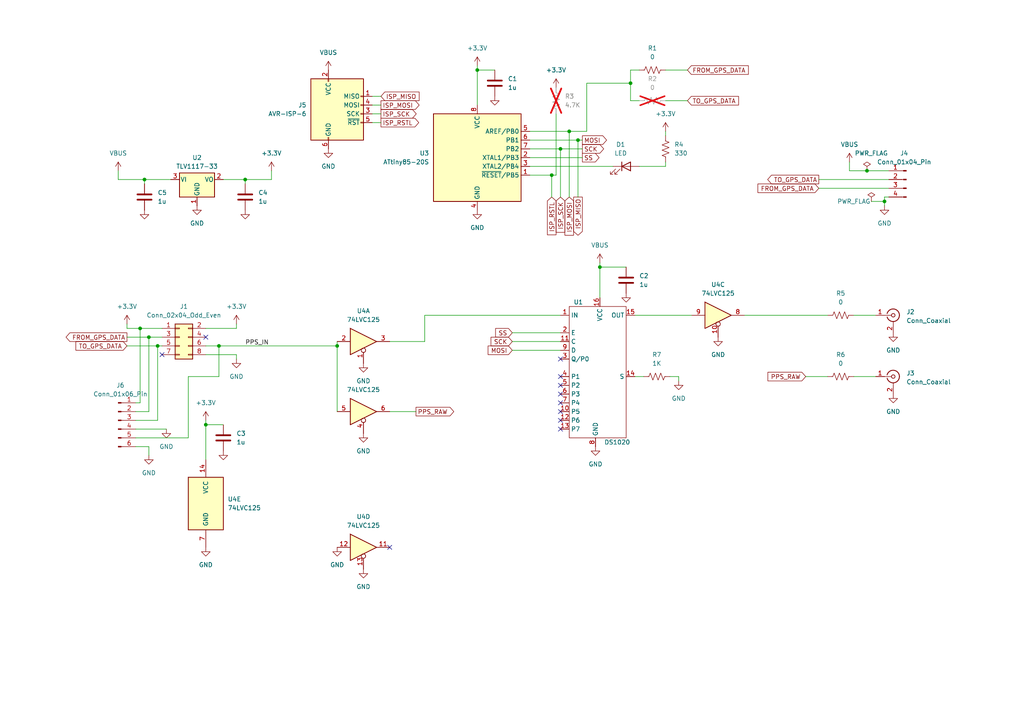
<source format=kicad_sch>
(kicad_sch (version 20230121) (generator eeschema)
  (paper "A4")
  (title_block (title "Sawtooth Correction Controller") (date "2024-02-15") (rev "0"))
  (lib_symbols
    (symbol "74xx:74LVC125" (pin_names (offset 1.016))
      (property "Reference" "U" (at 0 1.27 0))
      (property "Value" "74LVC125" (at 0 -1.27 0))
      (symbol "74LVC125_1_0"
        (polyline (pts (xy -3.81 3.81) (xy -3.81 -3.81) (xy 3.81 0) (xy -3.81 3.81)) (stroke (width 0.254)) (fill (type background)))
        (pin input inverted (at 0 -6.35 90) (length 4.445) (name "~") (number "1"))
        (pin input line (at -7.62 0 0) (length 3.81) (name "~") (number "2"))
        (pin tri_state line (at 7.62 0 180) (length 3.81) (name "~") (number "3"))
      )
      (symbol "74LVC125_2_0"
        (polyline (pts (xy -3.81 3.81) (xy -3.81 -3.81) (xy 3.81 0) (xy -3.81 3.81)) (stroke (width 0.254)) (fill (type background)))
        (pin input inverted (at 0 -6.35 90) (length 4.445) (name "~") (number "4"))
        (pin input line (at -7.62 0 0) (length 3.81) (name "~") (number "5"))
        (pin tri_state line (at 7.62 0 180) (length 3.81) (name "~") (number "6"))
      )
      (symbol "74LVC125_3_0"
        (polyline (pts (xy -3.81 3.81) (xy -3.81 -3.81) (xy 3.81 0) (xy -3.81 3.81)) (stroke (width 0.254)) (fill (type background)))
        (pin input inverted (at 0 -6.35 90) (length 4.445) (name "~") (number "10"))
        (pin tri_state line (at 7.62 0 180) (length 3.81) (name "~") (number "8"))
        (pin input line (at -7.62 0 0) (length 3.81) (name "~") (number "9"))
      )
      (symbol "74LVC125_4_0"
        (polyline (pts (xy -3.81 3.81) (xy -3.81 -3.81) (xy 3.81 0) (xy -3.81 3.81)) (stroke (width 0.254)) (fill (type background)))
        (pin tri_state line (at 7.62 0 180) (length 3.81) (name "~") (number "11"))
        (pin input line (at -7.62 0 0) (length 3.81) (name "~") (number "12"))
        (pin input inverted (at 0 -6.35 90) (length 4.445) (name "~") (number "13"))
      )
      (symbol "74LVC125_5_0"
        (pin power_in line (at 0 12.7 270) (length 5.08) (name "VCC") (number "14"))
        (pin power_in line (at 0 -12.7 90) (length 5.08) (name "GND") (number "7"))
      )
      (symbol "74LVC125_5_1"
        (rectangle (start -5.08 7.62) (end 5.08 -7.62) (stroke (width 0.254)) (fill (type background)))
      )
    )
    (symbol "Connector:AVR-ISP-6" (pin_names (offset 1.016))
      (property "Reference" "J" (at -6.35 11.43 0))
      (property "Value" "AVR-ISP-6" (at 0 11.43 0))
      (symbol "AVR-ISP-6_0_1"
        (rectangle (start -2.667 -6.858) (end -2.413 -7.62))
        (rectangle (start -2.667 10.16) (end -2.413 9.398))
        (rectangle (start 7.62 -2.413) (end 6.858 -2.667))
        (rectangle (start 7.62 0.127) (end 6.858 -0.127))
        (rectangle (start 7.62 2.667) (end 6.858 2.413))
        (rectangle (start 7.62 5.207) (end 6.858 4.953))
        (rectangle (start 7.62 10.16) (end -7.62 -7.62) (stroke (width 0.254)) (fill (type background)))
      )
      (symbol "AVR-ISP-6_1_1"
        (pin passive line (at 10.16 5.08 180) (length 2.54) (name "MISO") (number "1"))
        (pin passive line (at -2.54 12.7 270) (length 2.54) (name "VCC") (number "2"))
        (pin passive line (at 10.16 0 180) (length 2.54) (name "SCK") (number "3"))
        (pin passive line (at 10.16 2.54 180) (length 2.54) (name "MOSI") (number "4"))
        (pin passive line (at 10.16 -2.54 180) (length 2.54) (name "~{RST}") (number "5"))
        (pin passive line (at -2.54 -10.16 90) (length 2.54) (name "GND") (number "6"))
      )
    )
    (symbol "Connector:Conn_01x04_Pin" (pin_names (offset 1.016) hide)
      (property "Reference" "J" (at 0 5.08 0))
      (property "Value" "Conn_01x04_Pin" (at 0 -7.62 0))
      (symbol "Conn_01x04_Pin_1_1"
        (polyline (pts (xy 1.27 -5.08) (xy 0.8636 -5.08)) (stroke (width 0.1524)))
        (polyline (pts (xy 1.27 -2.54) (xy 0.8636 -2.54)) (stroke (width 0.1524)))
        (polyline (pts (xy 1.27 0) (xy 0.8636 0)) (stroke (width 0.1524)))
        (polyline (pts (xy 1.27 2.54) (xy 0.8636 2.54)) (stroke (width 0.1524)))
        (rectangle (start 0.8636 -4.953) (end 0 -5.207) (stroke (width 0.1524)) (fill (type outline)))
        (rectangle (start 0.8636 -2.413) (end 0 -2.667) (stroke (width 0.1524)) (fill (type outline)))
        (rectangle (start 0.8636 0.127) (end 0 -0.127) (stroke (width 0.1524)) (fill (type outline)))
        (rectangle (start 0.8636 2.667) (end 0 2.413) (stroke (width 0.1524)) (fill (type outline)))
        (pin passive line (at 5.08 2.54 180) (length 3.81) (name "Pin_1") (number "1"))
        (pin passive line (at 5.08 0 180) (length 3.81) (name "Pin_2") (number "2"))
        (pin passive line (at 5.08 -2.54 180) (length 3.81) (name "Pin_3") (number "3"))
        (pin passive line (at 5.08 -5.08 180) (length 3.81) (name "Pin_4") (number "4"))
      )
    )
    (symbol "Connector:Conn_01x06_Pin" (pin_names (offset 1.016) hide)
      (property "Reference" "J" (at 0 7.62 0))
      (property "Value" "Conn_01x06_Pin" (at 0 -10.16 0))
      (symbol "Conn_01x06_Pin_1_1"
        (polyline (pts (xy 1.27 -7.62) (xy 0.8636 -7.62)) (stroke (width 0.1524)))
        (polyline (pts (xy 1.27 -5.08) (xy 0.8636 -5.08)) (stroke (width 0.1524)))
        (polyline (pts (xy 1.27 -2.54) (xy 0.8636 -2.54)) (stroke (width 0.1524)))
        (polyline (pts (xy 1.27 0) (xy 0.8636 0)) (stroke (width 0.1524)))
        (polyline (pts (xy 1.27 2.54) (xy 0.8636 2.54)) (stroke (width 0.1524)))
        (polyline (pts (xy 1.27 5.08) (xy 0.8636 5.08)) (stroke (width 0.1524)))
        (rectangle (start 0.8636 -7.493) (end 0 -7.747) (stroke (width 0.1524)) (fill (type outline)))
        (rectangle (start 0.8636 -4.953) (end 0 -5.207) (stroke (width 0.1524)) (fill (type outline)))
        (rectangle (start 0.8636 -2.413) (end 0 -2.667) (stroke (width 0.1524)) (fill (type outline)))
        (rectangle (start 0.8636 0.127) (end 0 -0.127) (stroke (width 0.1524)) (fill (type outline)))
        (rectangle (start 0.8636 2.667) (end 0 2.413) (stroke (width 0.1524)) (fill (type outline)))
        (rectangle (start 0.8636 5.207) (end 0 4.953) (stroke (width 0.1524)) (fill (type outline)))
        (pin passive line (at 5.08 5.08 180) (length 3.81) (name "Pin_1") (number "1"))
        (pin passive line (at 5.08 2.54 180) (length 3.81) (name "Pin_2") (number "2"))
        (pin passive line (at 5.08 0 180) (length 3.81) (name "Pin_3") (number "3"))
        (pin passive line (at 5.08 -2.54 180) (length 3.81) (name "Pin_4") (number "4"))
        (pin passive line (at 5.08 -5.08 180) (length 3.81) (name "Pin_5") (number "5"))
        (pin passive line (at 5.08 -7.62 180) (length 3.81) (name "Pin_6") (number "6"))
      )
    )
    (symbol "Connector:Conn_Coaxial" (pin_names (offset 1.016) hide)
      (property "Reference" "J" (at 0.254 3.048 0))
      (property "Value" "Conn_Coaxial" (at 2.921 0 90))
      (symbol "Conn_Coaxial_0_1"
        (arc (start -1.778 -0.508) (mid 0.2311 -1.8066) (end 1.778 0) (stroke (width 0.254)))
        (polyline (pts (xy -2.54 0) (xy -0.508 0)))
        (polyline (pts (xy 0 -2.54) (xy 0 -1.778)))
        (circle (center 0 0) (radius 0.508) (stroke (width 0.2032)))
        (arc (start 1.778 0) (mid 0.2099 1.8101) (end -1.778 0.508) (stroke (width 0.254)))
      )
      (symbol "Conn_Coaxial_1_1"
        (pin passive line (at -5.08 0 0) (length 2.54) (name "In") (number "1"))
        (pin passive line (at 0 -5.08 90) (length 2.54) (name "Ext") (number "2"))
      )
    )
    (symbol "Connector_Generic:Conn_02x04_Odd_Even" (pin_names (offset 1.016) hide)
      (property "Reference" "J" (at 1.27 5.08 0))
      (property "Value" "Conn_02x04_Odd_Even" (at 1.27 -7.62 0))
      (symbol "Conn_02x04_Odd_Even_1_1"
        (rectangle (start -1.27 -4.953) (end 0 -5.207) (stroke (width 0.1524)))
        (rectangle (start -1.27 -2.413) (end 0 -2.667) (stroke (width 0.1524)))
        (rectangle (start -1.27 0.127) (end 0 -0.127) (stroke (width 0.1524)))
        (rectangle (start -1.27 2.667) (end 0 2.413) (stroke (width 0.1524)))
        (rectangle (start -1.27 3.81) (end 3.81 -6.35) (stroke (width 0.254)) (fill (type background)))
        (rectangle (start 3.81 -4.953) (end 2.54 -5.207) (stroke (width 0.1524)))
        (rectangle (start 3.81 -2.413) (end 2.54 -2.667) (stroke (width 0.1524)))
        (rectangle (start 3.81 0.127) (end 2.54 -0.127) (stroke (width 0.1524)))
        (rectangle (start 3.81 2.667) (end 2.54 2.413) (stroke (width 0.1524)))
        (pin passive line (at -5.08 2.54 0) (length 3.81) (name "Pin_1") (number "1"))
        (pin passive line (at 7.62 2.54 180) (length 3.81) (name "Pin_2") (number "2"))
        (pin passive line (at -5.08 0 0) (length 3.81) (name "Pin_3") (number "3"))
        (pin passive line (at 7.62 0 180) (length 3.81) (name "Pin_4") (number "4"))
        (pin passive line (at -5.08 -2.54 0) (length 3.81) (name "Pin_5") (number "5"))
        (pin passive line (at 7.62 -2.54 180) (length 3.81) (name "Pin_6") (number "6"))
        (pin passive line (at -5.08 -5.08 0) (length 3.81) (name "Pin_7") (number "7"))
        (pin passive line (at 7.62 -5.08 180) (length 3.81) (name "Pin_8") (number "8"))
      )
    )
    (symbol "Device:C" (pin_numbers hide) (pin_names (offset 0.254))
      (property "Reference" "C" (at 0.635 2.54 0))
      (property "Value" "C" (at 0.635 -2.54 0))
      (symbol "C_0_1"
        (polyline (pts (xy -2.032 -0.762) (xy 2.032 -0.762)) (stroke (width 0.508)))
        (polyline (pts (xy -2.032 0.762) (xy 2.032 0.762)) (stroke (width 0.508)))
      )
      (symbol "C_1_1"
        (pin passive line (at 0 3.81 270) (length 2.794) (name "~") (number "1"))
        (pin passive line (at 0 -3.81 90) (length 2.794) (name "~") (number "2"))
      )
    )
    (symbol "Device:LED" (pin_numbers hide) (pin_names (offset 1.016) hide)
      (property "Reference" "D" (at 0 2.54 0))
      (property "Value" "LED" (at 0 -2.54 0))
      (symbol "LED_0_1"
        (polyline (pts (xy -1.27 -1.27) (xy -1.27 1.27)) (stroke (width 0.254)))
        (polyline (pts (xy -1.27 0) (xy 1.27 0)))
        (polyline (pts (xy 1.27 -1.27) (xy 1.27 1.27) (xy -1.27 0) (xy 1.27 -1.27)) (stroke (width 0.254)))
        (polyline (pts (xy -3.048 -0.762) (xy -4.572 -2.286) (xy -3.81 -2.286) (xy -4.572 -2.286) (xy -4.572 -1.524)))
        (polyline (pts (xy -1.778 -0.762) (xy -3.302 -2.286) (xy -2.54 -2.286) (xy -3.302 -2.286) (xy -3.302 -1.524)))
      )
      (symbol "LED_1_1"
        (pin passive line (at -3.81 0 0) (length 2.54) (name "K") (number "1"))
        (pin passive line (at 3.81 0 180) (length 2.54) (name "A") (number "2"))
      )
    )
    (symbol "Device:R_US" (pin_numbers hide) (pin_names (offset 0))
      (property "Reference" "R" (at 2.54 0 90))
      (property "Value" "R_US" (at -2.54 0 90))
      (symbol "R_US_0_1"
        (polyline (pts (xy 0 -2.286) (xy 0 -2.54)))
        (polyline (pts (xy 0 2.286) (xy 0 2.54)))
        (polyline (pts (xy 0 -0.762) (xy 1.016 -1.143) (xy 0 -1.524) (xy -1.016 -1.905) (xy 0 -2.286)))
        (polyline (pts (xy 0 0.762) (xy 1.016 0.381) (xy 0 0) (xy -1.016 -0.381) (xy 0 -0.762)))
        (polyline (pts (xy 0 2.286) (xy 1.016 1.905) (xy 0 1.524) (xy -1.016 1.143) (xy 0 0.762)))
      )
      (symbol "R_US_1_1"
        (pin passive line (at 0 3.81 270) (length 1.27) (name "~") (number "1"))
        (pin passive line (at 0 -3.81 90) (length 1.27) (name "~") (number "2"))
      )
    )
    (symbol "MCU_Microchip_ATtiny:ATtiny85-20S"
      (property "Reference" "U" (at -12.7 13.97 0))
      (property "Value" "ATtiny85-20S" (at 2.54 -13.97 0))
      (symbol "ATtiny85-20S_0_1"
        (rectangle (start -12.7 -12.7) (end 12.7 12.7) (stroke (width 0.254)) (fill (type background)))
      )
      (symbol "ATtiny85-20S_1_1"
        (pin bidirectional line (at 15.24 -5.08 180) (length 2.54) (name "~{RESET}/PB5") (number "1"))
        (pin bidirectional line (at 15.24 0 180) (length 2.54) (name "XTAL1/PB3") (number "2"))
        (pin bidirectional line (at 15.24 -2.54 180) (length 2.54) (name "XTAL2/PB4") (number "3"))
        (pin power_in line (at 0 -15.24 90) (length 2.54) (name "GND") (number "4"))
        (pin bidirectional line (at 15.24 7.62 180) (length 2.54) (name "AREF/PB0") (number "5"))
        (pin bidirectional line (at 15.24 5.08 180) (length 2.54) (name "PB1") (number "6"))
        (pin bidirectional line (at 15.24 2.54 180) (length 2.54) (name "PB2") (number "7"))
        (pin power_in line (at 0 15.24 270) (length 2.54) (name "VCC") (number "8"))
      )
    )
    (symbol "Regulator_Linear:TLV1117-33" (pin_names (offset 0.254))
      (property "Reference" "U" (at -3.81 3.175 0))
      (property "Value" "TLV1117-33" (at 0 3.175 0))
      (symbol "TLV1117-33_0_1"
        (rectangle (start -5.08 -5.08) (end 5.08 1.905) (stroke (width 0.254)) (fill (type background)))
      )
      (symbol "TLV1117-33_1_1"
        (pin power_in line (at 0 -7.62 90) (length 2.54) (name "GND") (number "1"))
        (pin power_out line (at 7.62 0 180) (length 2.54) (name "VO") (number "2"))
        (pin power_in line (at -7.62 0 0) (length 2.54) (name "VI") (number "3"))
      )
    )
    (symbol "bgelb_lib:DS1020"
      (property "Reference" "U" (at -7.62 19.05 0))
      (property "Value" "DS1020" (at 8.89 -21.59 0))
      (symbol "DS1020_0_1"
        (rectangle (start -7.62 17.78) (end 8.89 -20.32))
      )
      (symbol "DS1020_1_1"
        (pin input line (at -10.16 15.24 0) (length 2.54) (name "IN") (number "1"))
        (pin input line (at -10.16 -12.7 0) (length 2.54) (name "P5") (number "10"))
        (pin input line (at -10.16 7.62 0) (length 2.54) (name "C") (number "11"))
        (pin input line (at -10.16 -15.24 0) (length 2.54) (name "P6") (number "12"))
        (pin input line (at -10.16 -17.78 0) (length 2.54) (name "P7") (number "13"))
        (pin input line (at 11.43 -2.54 180) (length 2.54) (name "S") (number "14"))
        (pin output line (at 11.43 15.24 180) (length 2.54) (name "OUT") (number "15"))
        (pin power_in line (at 1.27 20.32 270) (length 2.54) (name "VCC") (number "16"))
        (pin input line (at -10.16 10.16 0) (length 2.54) (name "E") (number "2"))
        (pin bidirectional line (at -10.16 2.54 0) (length 2.54) (name "Q/P0") (number "3"))
        (pin input line (at -10.16 -2.54 0) (length 2.54) (name "P1") (number "4"))
        (pin input line (at -10.16 -5.08 0) (length 2.54) (name "P2") (number "5"))
        (pin input line (at -10.16 -7.62 0) (length 2.54) (name "P3") (number "6"))
        (pin input line (at -10.16 -10.16 0) (length 2.54) (name "P4") (number "7"))
        (pin power_in line (at 0 -22.86 90) (length 2.54) (name "GND") (number "8"))
        (pin input line (at -10.16 5.08 0) (length 2.54) (name "D") (number "9"))
      )
    )
    (symbol "power:+3.3V" (power) (pin_names (offset 0))
      (property "Value" "+3.3V" (at 0 3.556 0))
      (symbol "+3.3V_0_1"
        (polyline (pts (xy -0.762 1.27) (xy 0 2.54)))
        (polyline (pts (xy 0 0) (xy 0 2.54)))
        (polyline (pts (xy 0 2.54) (xy 0.762 1.27)))
      )
      (symbol "+3.3V_1_1"
        (pin power_in line (at 0 0 90) (length 0) hide (name "+3.3V") (number "1"))
      )
    )
    (symbol "power:GND" (power) (pin_names (offset 0))
      (property "Value" "GND" (at 0 -3.81 0))
      (symbol "GND_0_1"
        (polyline (pts (xy 0 0) (xy 0 -1.27) (xy 1.27 -1.27) (xy 0 -2.54) (xy -1.27 -1.27) (xy 0 -1.27)))
      )
      (symbol "GND_1_1"
        (pin power_in line (at 0 0 270) (length 0) hide (name "GND") (number "1"))
      )
    )
    (symbol "power:PWR_FLAG" (power) (pin_numbers hide) (pin_names (offset 0) hide)
      (property "Value" "PWR_FLAG" (at 0 3.81 0))
      (symbol "PWR_FLAG_0_0"
        (pin power_out line (at 0 0 90) (length 0) (name "pwr") (number "1"))
      )
      (symbol "PWR_FLAG_0_1"
        (polyline (pts (xy 0 0) (xy 0 1.27) (xy -1.016 1.905) (xy 0 2.54) (xy 1.016 1.905) (xy 0 1.27)))
      )
    )
    (symbol "power:VBUS" (power) (pin_names (offset 0))
      (property "Value" "VBUS" (at 0 3.81 0))
      (symbol "VBUS_0_1"
        (polyline (pts (xy -0.762 1.27) (xy 0 2.54)))
        (polyline (pts (xy 0 0) (xy 0 2.54)))
        (polyline (pts (xy 0 2.54) (xy 0.762 1.27)))
      )
      (symbol "VBUS_1_1"
        (pin power_in line (at 0 0 90) (length 0) hide (name "VBUS") (number "1"))
      )
    )
  )
  (junction (at 40.64 95.25))
  (junction (at 173.99 77.47))
  (junction (at 41.91 52.07))
  (junction (at 256.54 58.42))
  (junction (at 71.12 52.07))
  (junction (at 160.02 50.8))
  (junction (at 138.43 20.32))
  (junction (at 59.69 123.19))
  (junction (at 251.46 49.53))
  (junction (at 97.79 100.33))
  (junction (at 45.72 100.33))
  (junction (at 63.5 100.33))
  (junction (at 167.64 40.64))
  (junction (at 162.56 43.18))
  (junction (at 43.18 97.79))
  (junction (at 182.88 24.13))
  (junction (at 165.1 38.1))
  (no_connect (at 162.56 114.3))
  (no_connect (at 162.56 119.38))
  (no_connect (at 162.56 109.22))
  (no_connect (at 162.56 104.14))
  (no_connect (at 162.56 124.46))
  (no_connect (at 59.69 97.79))
  (no_connect (at 162.56 111.76))
  (no_connect (at 162.56 116.84))
  (no_connect (at 162.56 121.92))
  (no_connect (at 113.03 158.75))
  (no_connect (at 46.99 102.87))
  (wire (pts (xy 107.95 35.56) (xy 110.49 35.56)))
  (wire (pts (xy 153.67 45.72) (xy 168.91 45.72)))
  (wire (pts (xy 247.65 109.22) (xy 254 109.22)))
  (wire (pts (xy 107.95 27.94) (xy 110.49 27.94)))
  (wire (pts (xy 39.37 129.54) (xy 43.18 129.54)))
  (wire (pts (xy 185.42 48.26) (xy 193.04 48.26)))
  (wire (pts (xy 252.73 58.42) (xy 256.54 58.42)))
  (wire (pts (xy 173.99 76.2) (xy 173.99 77.47)))
  (wire (pts (xy 123.19 91.44) (xy 123.19 99.06)))
  (wire (pts (xy 59.69 95.25) (xy 68.58 95.25)))
  (wire (pts (xy 43.18 97.79) (xy 46.99 97.79)))
  (wire (pts (xy 148.59 101.6) (xy 162.56 101.6)))
  (wire (pts (xy 68.58 95.25) (xy 68.58 93.98)))
  (wire (pts (xy 59.69 100.33) (xy 63.5 100.33)))
  (wire (pts (xy 153.67 38.1) (xy 165.1 38.1)))
  (wire (pts (xy 165.1 38.1) (xy 170.18 38.1)))
  (wire (pts (xy 45.72 121.92) (xy 45.72 100.33)))
  (wire (pts (xy 246.38 46.99) (xy 246.38 49.53)))
  (wire (pts (xy 54.61 109.22) (xy 63.5 109.22)))
  (wire (pts (xy 39.37 116.84) (xy 40.64 116.84)))
  (wire (pts (xy 184.15 91.44) (xy 200.66 91.44)))
  (wire (pts (xy 36.83 100.33) (xy 45.72 100.33)))
  (wire (pts (xy 182.88 29.21) (xy 185.42 29.21)))
  (wire (pts (xy 107.95 30.48) (xy 110.49 30.48)))
  (wire (pts (xy 237.49 54.61) (xy 257.81 54.61)))
  (wire (pts (xy 39.37 124.46) (xy 48.26 124.46)))
  (wire (pts (xy 161.29 33.02) (xy 161.29 50.8)))
  (wire (pts (xy 256.54 57.15) (xy 256.54 58.42)))
  (wire (pts (xy 59.69 123.19) (xy 59.69 133.35)))
  (wire (pts (xy 233.68 109.22) (xy 240.03 109.22)))
  (wire (pts (xy 153.67 43.18) (xy 162.56 43.18)))
  (wire (pts (xy 40.64 95.25) (xy 46.99 95.25)))
  (wire (pts (xy 247.65 91.44) (xy 254 91.44)))
  (wire (pts (xy 246.38 49.53) (xy 251.46 49.53)))
  (wire (pts (xy 165.1 38.1) (xy 165.1 57.15)))
  (wire (pts (xy 193.04 48.26) (xy 193.04 46.99)))
  (wire (pts (xy 113.03 99.06) (xy 123.19 99.06)))
  (wire (pts (xy 173.99 77.47) (xy 173.99 86.36)))
  (wire (pts (xy 59.69 102.87) (xy 68.58 102.87)))
  (wire (pts (xy 182.88 24.13) (xy 182.88 29.21)))
  (wire (pts (xy 138.43 20.32) (xy 143.51 20.32)))
  (wire (pts (xy 113.03 119.38) (xy 120.65 119.38)))
  (wire (pts (xy 182.88 20.32) (xy 182.88 24.13)))
  (wire (pts (xy 78.74 49.53) (xy 78.74 52.07)))
  (wire (pts (xy 40.64 116.84) (xy 40.64 95.25)))
  (wire (pts (xy 41.91 52.07) (xy 34.29 52.07)))
  (wire (pts (xy 185.42 20.32) (xy 182.88 20.32)))
  (wire (pts (xy 167.64 40.64) (xy 168.91 40.64)))
  (wire (pts (xy 63.5 100.33) (xy 97.79 100.33)))
  (wire (pts (xy 138.43 20.32) (xy 138.43 30.48)))
  (wire (pts (xy 123.19 91.44) (xy 162.56 91.44)))
  (wire (pts (xy 64.77 52.07) (xy 71.12 52.07)))
  (wire (pts (xy 40.64 95.25) (xy 36.83 95.25)))
  (wire (pts (xy 34.29 52.07) (xy 34.29 49.53)))
  (wire (pts (xy 167.64 40.64) (xy 167.64 57.15)))
  (wire (pts (xy 184.15 109.22) (xy 186.69 109.22)))
  (wire (pts (xy 59.69 121.92) (xy 59.69 123.19)))
  (wire (pts (xy 170.18 24.13) (xy 182.88 24.13)))
  (wire (pts (xy 63.5 109.22) (xy 63.5 100.33)))
  (wire (pts (xy 138.43 19.05) (xy 138.43 20.32)))
  (wire (pts (xy 107.95 33.02) (xy 110.49 33.02)))
  (wire (pts (xy 153.67 40.64) (xy 167.64 40.64)))
  (wire (pts (xy 162.56 43.18) (xy 162.56 57.15)))
  (wire (pts (xy 257.81 57.15) (xy 256.54 57.15)))
  (wire (pts (xy 45.72 100.33) (xy 46.99 100.33)))
  (wire (pts (xy 39.37 127) (xy 54.61 127)))
  (wire (pts (xy 160.02 50.8) (xy 160.02 57.15)))
  (wire (pts (xy 193.04 20.32) (xy 199.39 20.32)))
  (wire (pts (xy 41.91 52.07) (xy 49.53 52.07)))
  (wire (pts (xy 153.67 50.8) (xy 160.02 50.8)))
  (wire (pts (xy 97.79 100.33) (xy 97.79 99.06)))
  (wire (pts (xy 170.18 38.1) (xy 170.18 24.13)))
  (wire (pts (xy 148.59 96.52) (xy 162.56 96.52)))
  (wire (pts (xy 36.83 97.79) (xy 43.18 97.79)))
  (wire (pts (xy 153.67 48.26) (xy 177.8 48.26)))
  (wire (pts (xy 181.61 77.47) (xy 173.99 77.47)))
  (wire (pts (xy 71.12 53.34) (xy 71.12 52.07)))
  (wire (pts (xy 160.02 50.8) (xy 161.29 50.8)))
  (wire (pts (xy 39.37 121.92) (xy 45.72 121.92)))
  (wire (pts (xy 193.04 29.21) (xy 199.39 29.21)))
  (wire (pts (xy 148.59 99.06) (xy 162.56 99.06)))
  (wire (pts (xy 68.58 102.87) (xy 68.58 104.14)))
  (wire (pts (xy 215.9 91.44) (xy 240.03 91.44)))
  (wire (pts (xy 39.37 119.38) (xy 43.18 119.38)))
  (wire (pts (xy 78.74 52.07) (xy 71.12 52.07)))
  (wire (pts (xy 97.79 100.33) (xy 97.79 119.38)))
  (wire (pts (xy 36.83 95.25) (xy 36.83 93.98)))
  (wire (pts (xy 251.46 49.53) (xy 257.81 49.53)))
  (wire (pts (xy 43.18 119.38) (xy 43.18 97.79)))
  (wire (pts (xy 194.31 109.22) (xy 196.85 109.22)))
  (wire (pts (xy 54.61 127) (xy 54.61 109.22)))
  (wire (pts (xy 162.56 43.18) (xy 168.91 43.18)))
  (wire (pts (xy 59.69 123.19) (xy 64.77 123.19)))
  (wire (pts (xy 193.04 38.1) (xy 193.04 39.37)))
  (wire (pts (xy 256.54 58.42) (xy 256.54 59.69)))
  (wire (pts (xy 43.18 129.54) (xy 43.18 132.08)))
  (wire (pts (xy 196.85 109.22) (xy 196.85 110.49)))
  (wire (pts (xy 237.49 52.07) (xy 257.81 52.07)))
  (wire (pts (xy 41.91 52.07) (xy 41.91 53.34)))
  (label "PPS_IN" (at 71.12 100.33 0))
  (global_label "FROM_GPS_DATA" (shape input) (at 237.49 54.61 180) (property "Intersheetrefs" "${INTERSHEET_REFS}" (effects hide)))
  (global_label "PPS_RAW" (shape input) (at 233.68 109.22 180) (property "Intersheetrefs" "${INTERSHEET_REFS}" (effects hide)))
  (global_label "SCK" (shape output) (at 168.91 43.18 0) (property "Intersheetrefs" "${INTERSHEET_REFS}" (effects hide)))
  (global_label "SCK" (shape input) (at 148.59 99.06 180) (property "Intersheetrefs" "${INTERSHEET_REFS}" (effects hide)))
  (global_label "ISP_MOSI" (shape input) (at 165.1 57.15 270) (property "Intersheetrefs" "${INTERSHEET_REFS}" (effects hide)))
  (global_label "ISP_SCK" (shape output) (at 110.49 33.02 0) (property "Intersheetrefs" "${INTERSHEET_REFS}" (effects hide)))
  (global_label "MOSI" (shape input) (at 148.59 101.6 180) (property "Intersheetrefs" "${INTERSHEET_REFS}" (effects hide)))
  (global_label "SS" (shape input) (at 148.59 96.52 180) (property "Intersheetrefs" "${INTERSHEET_REFS}" (effects hide)))
  (global_label "FROM_GPS_DATA" (shape output) (at 36.83 97.79 180) (property "Intersheetrefs" "${INTERSHEET_REFS}" (effects hide)))
  (global_label "MOSI" (shape output) (at 168.91 40.64 0) (property "Intersheetrefs" "${INTERSHEET_REFS}" (effects hide)))
  (global_label "ISP_RSTL" (shape output) (at 110.49 35.56 0) (property "Intersheetrefs" "${INTERSHEET_REFS}" (effects hide)))
  (global_label "FROM_GPS_DATA" (shape input) (at 199.39 20.32 0) (property "Intersheetrefs" "${INTERSHEET_REFS}" (effects hide)))
  (global_label "ISP_SCK" (shape input) (at 162.56 57.15 270) (property "Intersheetrefs" "${INTERSHEET_REFS}" (effects hide)))
  (global_label "TO_GPS_DATA" (shape input) (at 36.83 100.33 180) (property "Intersheetrefs" "${INTERSHEET_REFS}" (effects hide)))
  (global_label "TO_GPS_DATA" (shape input) (at 199.39 29.21 0) (property "Intersheetrefs" "${INTERSHEET_REFS}" (effects hide)))
  (global_label "ISP_MISO" (shape output) (at 167.64 57.15 270) (property "Intersheetrefs" "${INTERSHEET_REFS}" (effects hide)))
  (global_label "PPS_RAW" (shape output) (at 120.65 119.38 0) (property "Intersheetrefs" "${INTERSHEET_REFS}" (effects hide)))
  (global_label "ISP_MOSI" (shape output) (at 110.49 30.48 0) (property "Intersheetrefs" "${INTERSHEET_REFS}" (effects hide)))
  (global_label "ISP_MISO" (shape input) (at 110.49 27.94 0) (property "Intersheetrefs" "${INTERSHEET_REFS}" (effects hide)))
  (global_label "SS" (shape output) (at 168.91 45.72 0) (property "Intersheetrefs" "${INTERSHEET_REFS}" (effects hide)))
  (global_label "TO_GPS_DATA" (shape output) (at 237.49 52.07 180) (property "Intersheetrefs" "${INTERSHEET_REFS}" (effects hide)))
  (global_label "ISP_RSTL" (shape input) (at 160.02 57.15 270) (property "Intersheetrefs" "${INTERSHEET_REFS}" (effects hide)))
  (symbol (lib_id "power:GND") (at 143.51 27.94 0) (unit 1)
    (property "Reference" "#PWR014" (effects hide))
    (property "Value" "GND" (effects hide))
  )
  (symbol (lib_id "Regulator_Linear:TLV1117-33") (at 57.15 52.07 0) (unit 1)
    (property "Reference" "U2" (at 57.15 45.72 0))
    (property "Value" "TLV1117-33" (at 57.15 48.26 0))
    (property "Footprint" "Package_TO_SOT_SMD:SOT-223" (effects hide))
    (property "Datasheet" "http://www.ti.com/lit/ds/symlink/tlv1117.pdf" (effects hide))
  )
  (symbol (lib_id "power:GND") (at 259.08 96.52 0) (unit 1)
    (property "Reference" "#PWR024" (effects hide))
    (property "Value" "GND" (at 259.08 101.6 0))
  )
  (symbol (lib_id "Connector:Conn_Coaxial") (at 259.08 109.22 0) (unit 1)
    (property "Reference" "J3" (at 262.89 108.2432 0) (effects (justify left)))
    (property "Value" "Conn_Coaxial" (at 262.89 110.7832 0) (effects (justify left)))
    (property "Datasheet" " ~" (effects hide))
  )
  (symbol (lib_id "power:GND") (at 59.69 158.75 0) (unit 1)
    (property "Reference" "#PWR020" (effects hide))
    (property "Value" "GND" (at 59.69 163.83 0))
  )
  (symbol (lib_id "Device:R_US") (at 193.04 43.18 180) (unit 1)
    (property "Reference" "R4" (at 195.58 41.91 0) (effects (justify right)))
    (property "Value" "330" (at 195.58 44.45 0) (effects (justify right)))
    (property "Footprint" "Resistor_SMD:R_0805_2012Metric_Pad1.20x1.40mm_HandSolder" (effects hide))
  )
  (symbol (lib_id "74xx:74LVC125") (at 59.69 146.05 0) (unit 5)
    (property "Reference" "U4" (at 66.04 144.78 0) (effects (justify left)))
    (property "Value" "74LVC125" (at 66.04 147.32 0) (effects (justify left)))
    (property "Footprint" "Package_SO:SOIC-14_3.9x8.7mm_P1.27mm" (effects hide))
    (property "Datasheet" "http://www.ti.com/lit/gpn/sn74LVC125" (effects hide))
  )
  (symbol (lib_id "Device:R_US") (at 243.84 91.44 270) (unit 1)
    (property "Reference" "R5" (at 243.84 85.09 90))
    (property "Value" "0" (at 243.84 87.63 90))
    (property "Footprint" "Resistor_SMD:R_0805_2012Metric_Pad1.20x1.40mm_HandSolder" (effects hide))
  )
  (symbol (lib_id "power:+3.3V") (at 36.83 93.98 0) (unit 1)
    (property "Reference" "#PWR010" (effects hide))
    (property "Value" "+3.3V" (at 36.83 88.9 0))
  )
  (symbol (lib_id "power:GND") (at 41.91 60.96 0) (unit 1)
    (property "Reference" "#PWR031" (effects hide))
    (property "Value" "GND" (effects hide))
  )
  (symbol (lib_id "Connector:Conn_Coaxial") (at 259.08 91.44 0) (unit 1)
    (property "Reference" "J2" (at 262.89 90.4632 0) (effects (justify left)))
    (property "Value" "Conn_Coaxial" (at 262.89 93.0032 0) (effects (justify left)))
    (property "Datasheet" " ~" (effects hide))
  )
  (symbol (lib_id "power:GND") (at 68.58 104.14 0) (unit 1)
    (property "Reference" "#PWR011" (effects hide))
    (property "Value" "GND" (at 68.58 109.22 0))
  )
  (symbol (lib_id "74xx:74LVC125") (at 105.41 119.38 0) (unit 2)
    (property "Reference" "U4" (effects hide))
    (property "Value" "74LVC125" (at 105.41 113.03 0))
    (property "Footprint" "Package_SO:SOIC-14_3.9x8.7mm_P1.27mm" (effects hide))
    (property "Datasheet" "http://www.ti.com/lit/gpn/sn74LVC125" (effects hide))
  )
  (symbol (lib_id "power:PWR_FLAG") (at 251.46 49.53 0) (unit 1)
    (property "Reference" "#FLG01" (effects hide))
    (property "Value" "PWR_FLAG" (at 252.73 44.45 0))
  )
  (symbol (lib_id "power:VBUS") (at 34.29 49.53 0) (unit 1)
    (property "Reference" "#PWR01" (effects hide))
    (property "Value" "VBUS" (at 34.29 44.45 0))
  )
  (symbol (lib_id "power:GND") (at 138.43 60.96 0) (unit 1)
    (property "Reference" "#PWR07" (effects hide))
    (property "Value" "GND" (at 138.43 66.04 0))
  )
  (symbol (lib_id "power:+3.3V") (at 59.69 121.92 0) (unit 1)
    (property "Reference" "#PWR021" (effects hide))
    (property "Value" "+3.3V" (at 59.69 116.84 0))
  )
  (symbol (lib_id "Device:R_US") (at 189.23 29.21 270) (unit 1) (dnp yes)
    (property "Reference" "R2" (at 189.23 22.86 90))
    (property "Value" "0" (at 189.23 25.4 90))
    (property "Footprint" "Resistor_SMD:R_0805_2012Metric_Pad1.20x1.40mm_HandSolder" (effects hide))
  )
  (symbol (lib_id "bgelb_lib:DS1020") (at 172.72 106.68 0) (unit 1)
    (property "Reference" "U1" (at 166.37 87.63 0) (effects (justify left)))
    (property "Value" "DS1020" (at 175.26 128.27 0) (effects (justify left)))
    (property "Footprint" "Package_SO:SOIC-16W_7.5x10.3mm_P1.27mm" (effects hide))
  )
  (symbol (lib_id "power:VBUS") (at 95.25 20.32 0) (unit 1)
    (property "Reference" "#PWR029" (effects hide))
    (property "Value" "VBUS" (at 95.25 15.24 0))
  )
  (symbol (lib_id "power:GND") (at 43.18 132.08 0) (unit 1)
    (property "Reference" "#PWR032" (effects hide))
    (property "Value" "GND" (at 43.18 137.16 0))
  )
  (symbol (lib_id "Device:R_US") (at 243.84 109.22 270) (unit 1)
    (property "Reference" "R6" (at 243.84 102.87 90))
    (property "Value" "0" (at 243.84 105.41 90))
    (property "Footprint" "Resistor_SMD:R_0805_2012Metric_Pad1.20x1.40mm_HandSolder" (effects hide))
  )
  (symbol (lib_id "Device:LED") (at 181.61 48.26 0) (unit 1)
    (property "Reference" "D1" (at 180.0225 41.91 0))
    (property "Value" "LED" (at 180.0225 44.45 0))
    (property "Footprint" "LED_SMD:LED_1206_3216Metric_Pad1.42x1.75mm_HandSolder" (effects hide))
  )
  (symbol (lib_id "power:VBUS") (at 246.38 46.99 0) (unit 1)
    (property "Reference" "#PWR026" (effects hide))
    (property "Value" "VBUS" (at 246.38 41.91 0))
  )
  (symbol (lib_id "power:GND") (at 105.41 165.1 0) (unit 1)
    (property "Reference" "#PWR018" (effects hide))
    (property "Value" "GND" (at 105.41 170.18 0))
  )
  (symbol (lib_id "power:PWR_FLAG") (at 252.73 58.42 0) (unit 1)
    (property "Reference" "#FLG02" (effects hide))
    (property "Value" "PWR_FLAG" (at 247.65 58.42 0))
  )
  (symbol (lib_id "power:GND") (at 57.15 59.69 0) (unit 1)
    (property "Reference" "#PWR03" (effects hide))
    (property "Value" "GND" (at 57.15 64.77 0))
  )
  (symbol (lib_id "MCU_Microchip_ATtiny:ATtiny85-20S") (at 138.43 45.72 0) (unit 1)
    (property "Reference" "U3" (at 124.46 44.45 0) (effects (justify right)))
    (property "Value" "ATtiny85-20S" (at 124.46 46.99 0) (effects (justify right)))
    (property "Footprint" "Package_SO:SOIC-8W_5.3x5.3mm_P1.27mm" (effects hide))
    (property "Datasheet" "http://ww1.microchip.com/downloads/en/DeviceDoc/atmel-2586-avr-8-bit-microcontroller-attiny25-attiny45-attiny85_datasheet.pdf" (effects hide))
  )
  (symbol (lib_id "power:GND") (at 256.54 59.69 0) (unit 1)
    (property "Reference" "#PWR027" (effects hide))
    (property "Value" "GND" (at 256.54 64.77 0))
  )
  (symbol (lib_id "74xx:74LVC125") (at 105.41 158.75 0) (unit 4)
    (property "Reference" "U4" (at 105.41 149.86 0))
    (property "Value" "74LVC125" (at 105.41 152.4 0))
    (property "Footprint" "Package_SO:SOIC-14_3.9x8.7mm_P1.27mm" (effects hide))
    (property "Datasheet" "http://www.ti.com/lit/gpn/sn74LVC125" (effects hide))
  )
  (symbol (lib_id "power:+3.3V") (at 161.29 25.4 0) (unit 1)
    (property "Reference" "#PWR06" (effects hide))
    (property "Value" "+3.3V" (at 161.29 20.32 0))
  )
  (symbol (lib_id "power:VBUS") (at 173.99 76.2 0) (unit 1)
    (property "Reference" "#PWR04" (effects hide))
    (property "Value" "VBUS" (at 173.99 71.12 0))
  )
  (symbol (lib_id "power:+3.3V") (at 68.58 93.98 0) (unit 1)
    (property "Reference" "#PWR09" (effects hide))
    (property "Value" "+3.3V" (at 68.58 88.9 0))
  )
  (symbol (lib_id "Device:C") (at 41.91 57.15 0) (unit 1)
    (property "Reference" "C5" (at 45.72 55.88 0) (effects (justify left)))
    (property "Value" "1u" (at 45.72 58.42 0) (effects (justify left)))
    (property "Footprint" "Capacitor_SMD:C_0805_2012Metric_Pad1.18x1.45mm_HandSolder" (effects hide))
  )
  (symbol (lib_id "power:GND") (at 259.08 114.3 0) (unit 1)
    (property "Reference" "#PWR025" (effects hide))
    (property "Value" "GND" (at 259.08 119.38 0))
  )
  (symbol (lib_id "power:+3.3V") (at 78.74 49.53 0) (unit 1)
    (property "Reference" "#PWR02" (effects hide))
    (property "Value" "+3.3V" (at 78.74 44.45 0))
  )
  (symbol (lib_id "74xx:74LVC125") (at 105.41 99.06 0) (unit 1)
    (property "Reference" "U4" (at 105.41 90.17 0))
    (property "Value" "74LVC125" (at 105.41 92.71 0))
    (property "Footprint" "Package_SO:SOIC-14_3.9x8.7mm_P1.27mm" (effects hide))
    (property "Datasheet" "http://www.ti.com/lit/gpn/sn74LVC125" (effects hide))
  )
  (symbol (lib_id "power:GND") (at 196.85 110.49 0) (unit 1)
    (property "Reference" "#PWR023" (effects hide))
    (property "Value" "GND" (at 196.85 115.57 0))
  )
  (symbol (lib_id "power:GND") (at 71.12 60.96 0) (unit 1)
    (property "Reference" "#PWR030" (effects hide))
    (property "Value" "GND" (effects hide))
  )
  (symbol (lib_id "power:+3.3V") (at 138.43 19.05 0) (unit 1)
    (property "Reference" "#PWR013" (effects hide))
    (property "Value" "+3.3V" (at 138.43 13.97 0))
  )
  (symbol (lib_id "74xx:74LVC125") (at 208.28 91.44 0) (unit 3)
    (property "Reference" "U4" (at 208.28 82.55 0))
    (property "Value" "74LVC125" (at 208.28 85.09 0))
    (property "Footprint" "Package_SO:SOIC-14_3.9x8.7mm_P1.27mm" (effects hide))
    (property "Datasheet" "http://www.ti.com/lit/gpn/sn74LVC125" (effects hide))
  )
  (symbol (lib_id "Device:R_US") (at 161.29 29.21 180) (unit 1) (dnp yes)
    (property "Reference" "R3" (at 163.83 27.94 0) (effects (justify right)))
    (property "Value" "4.7K" (at 163.83 30.48 0) (effects (justify right)))
    (property "Footprint" "Resistor_SMD:R_0805_2012Metric_Pad1.20x1.40mm_HandSolder" (effects hide))
  )
  (symbol (lib_id "Device:C") (at 71.12 57.15 0) (unit 1)
    (property "Reference" "C4" (at 74.93 55.88 0) (effects (justify left)))
    (property "Value" "1u" (at 74.93 58.42 0) (effects (justify left)))
    (property "Footprint" "Capacitor_SMD:C_0805_2012Metric_Pad1.18x1.45mm_HandSolder" (effects hide))
  )
  (symbol (lib_id "power:GND") (at 95.25 43.18 0) (unit 1)
    (property "Reference" "#PWR028" (effects hide))
    (property "Value" "GND" (at 95.25 48.26 0))
  )
  (symbol (lib_id "Device:C") (at 181.61 81.28 0) (unit 1)
    (property "Reference" "C2" (at 185.42 80.01 0) (effects (justify left)))
    (property "Value" "1u" (at 185.42 82.55 0) (effects (justify left)))
    (property "Footprint" "Capacitor_SMD:C_0805_2012Metric_Pad1.18x1.45mm_HandSolder" (effects hide))
  )
  (symbol (lib_id "Device:C") (at 143.51 24.13 0) (unit 1)
    (property "Reference" "C1" (at 147.32 22.86 0) (effects (justify left)))
    (property "Value" "1u" (at 147.32 25.4 0) (effects (justify left)))
    (property "Footprint" "Capacitor_SMD:C_0805_2012Metric_Pad1.18x1.45mm_HandSolder" (effects hide))
  )
  (symbol (lib_id "power:GND") (at 208.28 97.79 0) (unit 1)
    (property "Reference" "#PWR017" (effects hide))
    (property "Value" "GND" (at 208.28 102.87 0))
  )
  (symbol (lib_id "power:GND") (at 97.79 158.75 0) (unit 1)
    (property "Reference" "#PWR019" (effects hide))
    (property "Value" "GND" (at 97.79 163.83 0))
  )
  (symbol (lib_id "Connector:AVR-ISP-6") (at 97.79 33.02 0) (unit 1)
    (property "Reference" "J5" (at 88.9 30.48 0) (effects (justify right)))
    (property "Value" "AVR-ISP-6" (at 88.9 33.02 0) (effects (justify right)))
    (property "Footprint" "Connector_PinHeader_2.54mm:PinHeader_2x03_P2.54mm_Vertical" (effects hide))
    (property "Datasheet" " ~" (effects hide))
  )
  (symbol (lib_id "Connector:Conn_01x04_Pin") (at 262.89 52.07 0) (mirror y) (unit 1)
    (property "Reference" "J4" (at 262.255 44.45 0))
    (property "Value" "Conn_01x04_Pin" (at 262.255 46.99 0))
    (property "Footprint" "Connector_PinHeader_2.54mm:PinHeader_1x04_P2.54mm_Vertical" (effects hide))
  )
  (symbol (lib_id "power:GND") (at 105.41 105.41 0) (unit 1)
    (property "Reference" "#PWR015" (effects hide))
    (property "Value" "GND" (at 105.41 110.49 0))
  )
  (symbol (lib_id "power:+3.3V") (at 193.04 38.1 0) (unit 1)
    (property "Reference" "#PWR012" (effects hide))
    (property "Value" "+3.3V" (at 193.04 33.02 0))
  )
  (symbol (lib_id "power:GND") (at 105.41 125.73 0) (unit 1)
    (property "Reference" "#PWR016" (effects hide))
    (property "Value" "GND" (at 105.41 130.81 0))
  )
  (symbol (lib_id "Device:R_US") (at 190.5 109.22 270) (unit 1)
    (property "Reference" "R7" (at 190.5 102.87 90))
    (property "Value" "1K" (at 190.5 105.41 90))
    (property "Footprint" "Resistor_SMD:R_0805_2012Metric_Pad1.20x1.40mm_HandSolder" (effects hide))
  )
  (symbol (lib_id "Connector_Generic:Conn_02x04_Odd_Even") (at 52.07 97.79 0) (unit 1)
    (property "Reference" "J1" (at 53.34 88.9 0))
    (property "Value" "Conn_02x04_Odd_Even" (at 53.34 91.44 0))
    (property "Footprint" "Connector_PinSocket_1.00mm:PinSocket_2x04_P1.00mm_Vertical_SMD" (effects hide))
  )
  (symbol (lib_id "power:GND") (at 64.77 130.81 0) (unit 1)
    (property "Reference" "#PWR022" (effects hide))
    (property "Value" "GND" (effects hide))
  )
  (symbol (lib_id "power:GND") (at 172.72 129.54 0) (unit 1)
    (property "Reference" "#PWR08" (effects hide))
    (property "Value" "GND" (at 172.72 134.62 0))
  )
  (symbol (lib_id "Device:C") (at 64.77 127 0) (unit 1)
    (property "Reference" "C3" (at 68.58 125.73 0) (effects (justify left)))
    (property "Value" "1u" (at 68.58 128.27 0) (effects (justify left)))
    (property "Footprint" "Capacitor_SMD:C_0805_2012Metric_Pad1.18x1.45mm_HandSolder" (effects hide))
  )
  (symbol (lib_id "Device:R_US") (at 189.23 20.32 270) (unit 1)
    (property "Reference" "R1" (at 189.23 13.97 90))
    (property "Value" "0" (at 189.23 16.51 90))
    (property "Footprint" "Resistor_SMD:R_0805_2012Metric_Pad1.20x1.40mm_HandSolder" (effects hide))
  )
  (symbol (lib_id "power:GND") (at 181.61 85.09 0) (unit 1)
    (property "Reference" "#PWR05" (effects hide))
    (property "Value" "GND" (effects hide))
  )
  (symbol (lib_id "Connector:Conn_01x06_Pin") (at 34.29 121.92 0) (unit 1)
    (property "Reference" "J6" (at 34.925 111.76 0))
    (property "Value" "Conn_01x06_Pin" (at 34.925 114.3 0))
    (property "Footprint" "Connector_PinHeader_2.54mm:PinHeader_1x06_P2.54mm_Vertical" (effects hide))
  )
  (symbol (lib_id "power:GND") (at 48.26 124.46 0) (unit 1)
    (property "Reference" "#PWR033" (effects hide))
    (property "Value" "GND" (at 48.26 129.54 0))
  )
)
</source>
